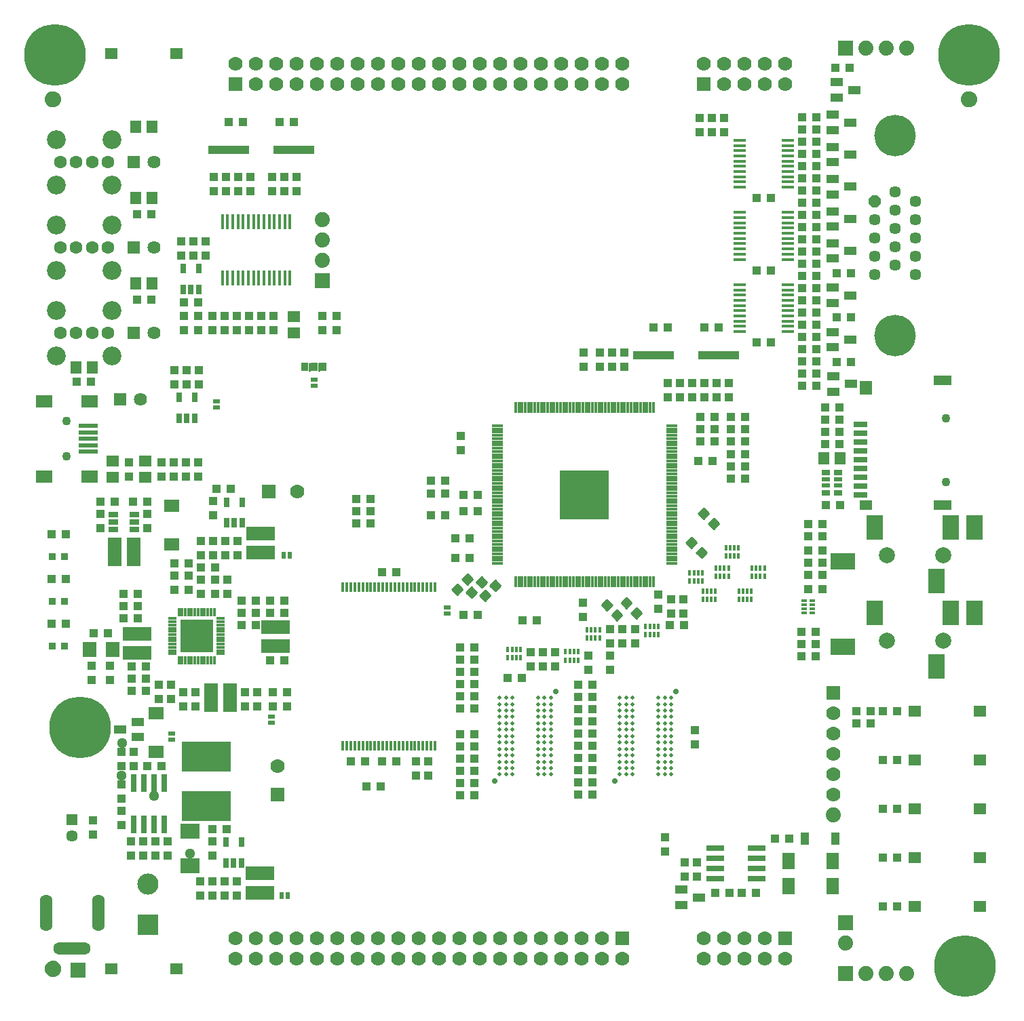
<source format=gbr>
G75*
G70*
%OFA0B0*%
%FSLAX24Y24*%
%IPPOS*%
%LPD*%
%AMOC8*
5,1,8,0,0,1.08239X$1,22.5*
%
%ADD10C,0.0631*%
%ADD11R,0.0740X0.0740*%
%ADD12R,0.0440X0.0440*%
%ADD13C,0.0088*%
%ADD14R,0.2009X0.0434*%
%ADD15R,0.0540X0.0640*%
%ADD16R,0.0355X0.0355*%
%ADD17R,0.0700X0.0700*%
%ADD18C,0.0700*%
%ADD19C,0.0434*%
%ADD20C,0.0500*%
%ADD21R,0.0571X0.0571*%
%ADD22C,0.0571*%
%ADD23R,0.0440X0.0200*%
%ADD24R,0.0440X0.0300*%
%ADD25R,0.0276X0.0906*%
%ADD26R,0.0257X0.0512*%
%ADD27R,0.2402X0.1457*%
%ADD28R,0.0340X0.0240*%
%ADD29R,0.1418X0.0670*%
%ADD30R,0.0240X0.0340*%
%ADD31C,0.1040*%
%ADD32R,0.1040X0.1040*%
%ADD33R,0.0434X0.0591*%
%ADD34R,0.0119X0.0552*%
%ADD35R,0.0552X0.0119*%
%ADD36R,0.2402X0.2402*%
%ADD37R,0.0278X0.0278*%
%ADD38R,0.1103X0.1103*%
%ADD39R,0.0168X0.0286*%
%ADD40R,0.0138X0.0286*%
%ADD41R,0.0640X0.0540*%
%ADD42R,0.0640X0.0640*%
%ADD43C,0.0640*%
%ADD44R,0.0926X0.0237*%
%ADD45R,0.0846X0.0630*%
%ADD46R,0.0178X0.0729*%
%ADD47C,0.0926*%
%ADD48C,0.0740*%
%ADD49R,0.0906X0.0276*%
%ADD50R,0.0119X0.0394*%
%ADD51R,0.0394X0.0119*%
%ADD52R,0.1615X0.1615*%
%ADD53R,0.0749X0.0749*%
%ADD54R,0.0512X0.0257*%
%ADD55R,0.0670X0.1418*%
%ADD56R,0.0690X0.0740*%
%ADD57R,0.0591X0.0434*%
%ADD58R,0.0749X0.0611*%
%ADD59R,0.0138X0.0512*%
%ADD60R,0.0940X0.0740*%
%ADD61C,0.0197*%
%ADD62C,0.0276*%
%ADD63OC8,0.0571*%
%ADD64C,0.2040*%
%ADD65R,0.0631X0.0158*%
%ADD66R,0.0827X0.1221*%
%ADD67R,0.1221X0.0827*%
%ADD68C,0.0788*%
%ADD69R,0.0286X0.0168*%
%ADD70R,0.0286X0.0138*%
%ADD71C,0.3032*%
%ADD72C,0.0512*%
%ADD73R,0.0340X0.0440*%
%ADD74C,0.0100*%
%ADD75R,0.0670X0.0316*%
%ADD76R,0.0591X0.0512*%
%ADD77R,0.0591X0.0670*%
%ADD78R,0.0906X0.0512*%
%ADD79R,0.0591X0.0827*%
D10*
X013511Y007826D03*
X013511Y008023D03*
X013511Y008220D03*
X013511Y008417D03*
X013511Y008614D03*
X013511Y008810D03*
X013511Y009007D03*
X016070Y009007D03*
X016070Y008810D03*
X016070Y008614D03*
X016070Y008417D03*
X016070Y008220D03*
X016070Y008023D03*
X016070Y007826D03*
X015361Y006665D03*
X015165Y006665D03*
X014968Y006665D03*
X014771Y006665D03*
X014574Y006665D03*
X014377Y006665D03*
X014180Y006665D03*
X014190Y036928D03*
X014977Y036928D03*
X015765Y036928D03*
X016552Y036928D03*
X016552Y041128D03*
X015765Y041128D03*
X014977Y041128D03*
X014190Y041128D03*
X014190Y045328D03*
X014977Y045328D03*
X015765Y045328D03*
X016552Y045328D03*
D11*
X027070Y039517D03*
X052770Y050937D03*
X052770Y007937D03*
X052770Y005437D03*
X015070Y005597D03*
D12*
X021070Y009287D03*
X021670Y009287D03*
X022270Y009287D03*
X022870Y009287D03*
X022870Y009987D03*
X022270Y009987D03*
X021670Y009987D03*
X021070Y009987D03*
X021670Y011237D03*
X021670Y011937D03*
X021670Y012537D03*
X022370Y012537D03*
X019470Y011937D03*
X018870Y011937D03*
X018270Y011937D03*
X017670Y011937D03*
X017670Y011237D03*
X018270Y011237D03*
X018870Y011237D03*
X019470Y011237D03*
X017220Y012737D03*
X017220Y013437D03*
X017220Y014037D03*
X017220Y014737D03*
X017220Y015637D03*
X017820Y015637D03*
X018470Y015637D03*
X019170Y015637D03*
X017820Y016337D03*
X017220Y016337D03*
X019030Y018937D03*
X019630Y018937D03*
X020230Y019287D03*
X020830Y019287D03*
X020830Y018587D03*
X020230Y018587D03*
X019630Y019637D03*
X019030Y019637D03*
X018410Y019927D03*
X018410Y020527D03*
X017710Y020527D03*
X017710Y019927D03*
X017710Y019327D03*
X018410Y019327D03*
X016650Y019877D03*
X016650Y020577D03*
X015750Y020577D03*
X015750Y019877D03*
X015850Y022177D03*
X016550Y022177D03*
X017290Y022917D03*
X017290Y023517D03*
X017290Y024117D03*
X017990Y024117D03*
X017990Y023517D03*
X017990Y022917D03*
X019800Y024307D03*
X019800Y025007D03*
X019800Y025607D03*
X020500Y025607D03*
X020500Y025007D03*
X021100Y024807D03*
X021100Y025407D03*
X021100Y026007D03*
X021700Y026007D03*
X022300Y026007D03*
X022900Y026007D03*
X022900Y026707D03*
X022300Y026707D03*
X021700Y026707D03*
X021100Y026707D03*
X021800Y025407D03*
X021800Y024807D03*
X022400Y024807D03*
X022400Y024107D03*
X021800Y024107D03*
X021100Y024107D03*
X020500Y024307D03*
X023100Y023787D03*
X023100Y023187D03*
X023100Y022577D03*
X023800Y022577D03*
X023800Y023187D03*
X023800Y023787D03*
X024520Y023787D03*
X024520Y023187D03*
X025220Y023187D03*
X025220Y023787D03*
X025220Y020827D03*
X024520Y020827D03*
X024630Y019287D03*
X025330Y019287D03*
X025330Y018587D03*
X024630Y018587D03*
X023870Y018587D03*
X023270Y018587D03*
X023270Y019287D03*
X023870Y019287D03*
X028470Y015887D03*
X029170Y015887D03*
X029990Y015887D03*
X030690Y015887D03*
X031660Y015877D03*
X032260Y015877D03*
X032260Y015177D03*
X031660Y015177D03*
X029930Y014647D03*
X029230Y014647D03*
X033850Y014817D03*
X033850Y015417D03*
X033850Y016017D03*
X033850Y016617D03*
X033850Y017217D03*
X034550Y017217D03*
X034550Y016617D03*
X034550Y016017D03*
X034550Y015417D03*
X034550Y014817D03*
X034550Y014217D03*
X033850Y014217D03*
X033850Y018477D03*
X033850Y019077D03*
X033850Y019677D03*
X033850Y020277D03*
X033850Y020877D03*
X033850Y021477D03*
X034550Y021477D03*
X034550Y020877D03*
X034550Y020277D03*
X034550Y019677D03*
X034550Y019077D03*
X034550Y018477D03*
X036180Y019957D03*
X036880Y019957D03*
X037310Y020547D03*
X037910Y020547D03*
X038510Y020547D03*
X038510Y021247D03*
X037910Y021247D03*
X037310Y021247D03*
X037620Y022807D03*
X036920Y022807D03*
X034700Y023057D03*
X034000Y023057D03*
X034289Y025887D03*
X033589Y025887D03*
X033590Y026847D03*
X034290Y026847D03*
X033990Y028167D03*
X034690Y028167D03*
X034690Y028967D03*
X033990Y028967D03*
X033090Y029047D03*
X033090Y029687D03*
X032390Y029687D03*
X032390Y029047D03*
X032390Y027967D03*
X033090Y027967D03*
X033860Y031157D03*
X033860Y031857D03*
X029450Y028757D03*
X029450Y028157D03*
X029450Y027557D03*
X028750Y027557D03*
X028750Y028157D03*
X028750Y028757D03*
X029990Y025167D03*
X030690Y025167D03*
X022560Y029257D03*
X021860Y029257D03*
X021700Y028657D03*
X021700Y027957D03*
X020960Y029877D03*
X020360Y029877D03*
X019760Y029877D03*
X019160Y029877D03*
X019160Y030577D03*
X019760Y030577D03*
X020360Y030577D03*
X020960Y030577D03*
X018480Y028637D03*
X018480Y028037D03*
X017780Y028637D03*
X016880Y028637D03*
X016180Y028637D03*
X016180Y028037D03*
X016180Y027337D03*
X014470Y027037D03*
X013770Y027037D03*
X013770Y024837D03*
X014470Y024837D03*
X014470Y022637D03*
X013770Y022637D03*
X018480Y027337D03*
X017560Y029877D03*
X017560Y030577D03*
X015710Y034527D03*
X015010Y034527D03*
X019820Y034417D03*
X020420Y034417D03*
X021020Y034417D03*
X021020Y035117D03*
X020420Y035117D03*
X019820Y035117D03*
X020270Y037087D03*
X020270Y037787D03*
X020270Y038437D03*
X020970Y038437D03*
X020970Y037787D03*
X021670Y037787D03*
X022270Y037787D03*
X022870Y037787D03*
X023470Y037787D03*
X024070Y037787D03*
X024670Y037787D03*
X024670Y037087D03*
X024070Y037087D03*
X023470Y037087D03*
X022870Y037087D03*
X022270Y037087D03*
X021670Y037087D03*
X020970Y037087D03*
X018670Y038587D03*
X017970Y038587D03*
X020140Y040737D03*
X020740Y040737D03*
X021340Y040737D03*
X021340Y041437D03*
X020740Y041437D03*
X020140Y041437D03*
X018670Y042787D03*
X017970Y042787D03*
X021750Y043897D03*
X022350Y043897D03*
X022950Y043897D03*
X023550Y043897D03*
X023550Y044597D03*
X022950Y044597D03*
X022350Y044597D03*
X021750Y044597D03*
X024590Y044597D03*
X025190Y044597D03*
X025790Y044597D03*
X025790Y043897D03*
X025190Y043897D03*
X024590Y043897D03*
X024980Y047297D03*
X025680Y047297D03*
X023180Y047297D03*
X022480Y047297D03*
X027070Y037787D03*
X027770Y037787D03*
X027770Y037087D03*
X027070Y037087D03*
X039900Y035987D03*
X039900Y035287D03*
X040700Y035287D03*
X041300Y035287D03*
X041900Y035287D03*
X041900Y035987D03*
X041300Y035987D03*
X040700Y035987D03*
X043340Y037197D03*
X044040Y037197D03*
X045840Y037197D03*
X046540Y037197D03*
X048400Y036467D03*
X049100Y036467D03*
X050630Y036727D03*
X050630Y037327D03*
X050630Y037927D03*
X050630Y038527D03*
X051330Y038527D03*
X051330Y037927D03*
X051330Y037327D03*
X051330Y036727D03*
X051330Y036127D03*
X051330Y035527D03*
X051330Y034927D03*
X051330Y034327D03*
X050630Y034327D03*
X050630Y034927D03*
X050630Y035527D03*
X050630Y036127D03*
X052350Y035517D03*
X053050Y035517D03*
X053050Y037697D03*
X052350Y037697D03*
X051330Y039127D03*
X051330Y039727D03*
X051330Y040327D03*
X051330Y040927D03*
X051330Y041527D03*
X051330Y042127D03*
X051330Y042727D03*
X051330Y043327D03*
X051330Y043927D03*
X051330Y044527D03*
X051330Y045127D03*
X051330Y045727D03*
X051330Y046327D03*
X050630Y046327D03*
X050630Y045727D03*
X050630Y045127D03*
X050630Y044527D03*
X050630Y043927D03*
X050630Y043327D03*
X050630Y042727D03*
X050630Y042127D03*
X050630Y041527D03*
X050630Y040927D03*
X050630Y040327D03*
X050630Y039727D03*
X050630Y039127D03*
X049100Y040017D03*
X048400Y040017D03*
X052350Y039877D03*
X053050Y039877D03*
X049100Y043567D03*
X048400Y043567D03*
X046820Y046817D03*
X046220Y046817D03*
X045620Y046817D03*
X045620Y047517D03*
X046220Y047517D03*
X046820Y047517D03*
X050630Y047527D03*
X050630Y046927D03*
X051330Y046927D03*
X051330Y047527D03*
X052270Y049987D03*
X052970Y049987D03*
X047050Y034467D03*
X046450Y034467D03*
X045850Y034467D03*
X045250Y034467D03*
X044650Y034467D03*
X044050Y034467D03*
X044050Y033767D03*
X044650Y033767D03*
X045250Y033767D03*
X045850Y033767D03*
X046450Y033767D03*
X047050Y033767D03*
X047130Y032807D03*
X047130Y032207D03*
X047130Y031607D03*
X047130Y030987D03*
X047130Y030387D03*
X047130Y029787D03*
X047830Y029787D03*
X047830Y030387D03*
X047830Y030987D03*
X047830Y031607D03*
X047830Y032207D03*
X047830Y032807D03*
X046350Y032807D03*
X046350Y032207D03*
X046350Y031607D03*
X045650Y031607D03*
X045650Y032207D03*
X045650Y032807D03*
X045550Y030627D03*
X046250Y030627D03*
X050950Y027547D03*
X050950Y026947D03*
X051650Y026947D03*
X051650Y027547D03*
X051820Y028487D03*
X052520Y028487D03*
X051650Y026247D03*
X050950Y026247D03*
X050950Y025647D03*
X050950Y025047D03*
X051650Y025047D03*
X051650Y025647D03*
X051650Y024347D03*
X050950Y024347D03*
X050600Y022227D03*
X050600Y021627D03*
X050600Y021027D03*
X051300Y021027D03*
X051300Y021627D03*
X051300Y022227D03*
X053320Y018337D03*
X053320Y017737D03*
X054020Y017737D03*
X054020Y018337D03*
X054620Y018337D03*
X055320Y018337D03*
X055320Y015937D03*
X054620Y015937D03*
X054620Y013537D03*
X055320Y013537D03*
X055320Y011137D03*
X054620Y011137D03*
X054620Y008737D03*
X055320Y008737D03*
X050010Y012057D03*
X049310Y012057D03*
X048380Y009407D03*
X047680Y009407D03*
X047080Y009407D03*
X046380Y009407D03*
X045460Y010217D03*
X044860Y010217D03*
X044860Y010917D03*
X045460Y010917D03*
X043920Y011437D03*
X043920Y012137D03*
X040340Y014227D03*
X040340Y014827D03*
X040340Y015427D03*
X040340Y016027D03*
X040340Y016627D03*
X040340Y017227D03*
X040340Y017827D03*
X040340Y018427D03*
X039640Y018427D03*
X039640Y017827D03*
X039640Y017227D03*
X039640Y016627D03*
X039640Y016027D03*
X039640Y015427D03*
X039640Y014827D03*
X039640Y014227D03*
X039640Y019027D03*
X039640Y019627D03*
X040340Y019627D03*
X040340Y019027D03*
X040150Y020377D03*
X040150Y021077D03*
X041220Y021077D03*
X041220Y021677D03*
X041820Y021677D03*
X042430Y021677D03*
X042430Y022377D03*
X041820Y022377D03*
X041220Y022377D03*
X039870Y022967D03*
X039870Y023667D03*
X043560Y023377D03*
X044200Y023147D03*
X044150Y022557D03*
X044850Y022557D03*
X044800Y023147D03*
X044800Y023847D03*
X044200Y023847D03*
X043560Y024077D03*
X041220Y020377D03*
X045382Y017409D03*
X045382Y016709D03*
X051770Y031487D03*
X051770Y032087D03*
X051770Y032687D03*
X051770Y033287D03*
X052470Y033287D03*
X052470Y032687D03*
X052470Y032087D03*
X052470Y031487D03*
X015820Y012957D03*
X015820Y012257D03*
D13*
X033694Y024083D02*
X033942Y024331D01*
X033694Y024083D02*
X033446Y024331D01*
X033694Y024579D01*
X033942Y024331D01*
X033781Y024170D02*
X033607Y024170D01*
X033520Y024257D02*
X033868Y024257D01*
X033929Y024344D02*
X033459Y024344D01*
X033546Y024431D02*
X033842Y024431D01*
X033755Y024518D02*
X033633Y024518D01*
X034189Y024578D02*
X034437Y024826D01*
X034189Y024578D02*
X033941Y024826D01*
X034189Y025074D01*
X034437Y024826D01*
X034276Y024665D02*
X034102Y024665D01*
X034015Y024752D02*
X034363Y024752D01*
X034424Y024839D02*
X033954Y024839D01*
X034041Y024926D02*
X034337Y024926D01*
X034250Y025013D02*
X034128Y025013D01*
X034889Y024434D02*
X035137Y024682D01*
X034889Y024434D02*
X034641Y024682D01*
X034889Y024930D01*
X035137Y024682D01*
X034976Y024521D02*
X034802Y024521D01*
X034715Y024608D02*
X035063Y024608D01*
X035124Y024695D02*
X034654Y024695D01*
X034741Y024782D02*
X035037Y024782D01*
X034950Y024869D02*
X034828Y024869D01*
X034642Y024187D02*
X034394Y023939D01*
X034146Y024187D01*
X034394Y024435D01*
X034642Y024187D01*
X034481Y024026D02*
X034307Y024026D01*
X034220Y024113D02*
X034568Y024113D01*
X034629Y024200D02*
X034159Y024200D01*
X034246Y024287D02*
X034542Y024287D01*
X034455Y024374D02*
X034333Y024374D01*
X035069Y023775D02*
X035317Y024023D01*
X035069Y023775D02*
X034821Y024023D01*
X035069Y024271D01*
X035317Y024023D01*
X035156Y023862D02*
X034982Y023862D01*
X034895Y023949D02*
X035243Y023949D01*
X035304Y024036D02*
X034834Y024036D01*
X034921Y024123D02*
X035217Y024123D01*
X035130Y024210D02*
X035008Y024210D01*
X035564Y024270D02*
X035812Y024518D01*
X035564Y024270D02*
X035316Y024518D01*
X035564Y024766D01*
X035812Y024518D01*
X035651Y024357D02*
X035477Y024357D01*
X035390Y024444D02*
X035738Y024444D01*
X035799Y024531D02*
X035329Y024531D01*
X035416Y024618D02*
X035712Y024618D01*
X035625Y024705D02*
X035503Y024705D01*
X041043Y023812D02*
X041291Y023564D01*
X041043Y023316D01*
X040795Y023564D01*
X041043Y023812D01*
X041130Y023403D02*
X040956Y023403D01*
X040869Y023490D02*
X041217Y023490D01*
X041278Y023577D02*
X040808Y023577D01*
X040895Y023664D02*
X041191Y023664D01*
X041104Y023751D02*
X040982Y023751D01*
X041538Y023317D02*
X041786Y023069D01*
X041538Y022821D01*
X041290Y023069D01*
X041538Y023317D01*
X041625Y022908D02*
X041451Y022908D01*
X041364Y022995D02*
X041712Y022995D01*
X041773Y023082D02*
X041303Y023082D01*
X041390Y023169D02*
X041686Y023169D01*
X041599Y023256D02*
X041477Y023256D01*
X042003Y023912D02*
X042251Y023664D01*
X042003Y023416D01*
X041755Y023664D01*
X042003Y023912D01*
X042090Y023503D02*
X041916Y023503D01*
X041829Y023590D02*
X042177Y023590D01*
X042238Y023677D02*
X041768Y023677D01*
X041855Y023764D02*
X042151Y023764D01*
X042064Y023851D02*
X041942Y023851D01*
X042498Y023417D02*
X042746Y023169D01*
X042498Y022921D01*
X042250Y023169D01*
X042498Y023417D01*
X042585Y023008D02*
X042411Y023008D01*
X042324Y023095D02*
X042672Y023095D01*
X042733Y023182D02*
X042263Y023182D01*
X042350Y023269D02*
X042646Y023269D01*
X042559Y023356D02*
X042437Y023356D01*
X045688Y026387D02*
X045936Y026139D01*
X045688Y025891D01*
X045440Y026139D01*
X045688Y026387D01*
X045775Y025978D02*
X045601Y025978D01*
X045514Y026065D02*
X045862Y026065D01*
X045923Y026152D02*
X045453Y026152D01*
X045540Y026239D02*
X045836Y026239D01*
X045749Y026326D02*
X045627Y026326D01*
X045441Y026634D02*
X045193Y026882D01*
X045441Y026634D02*
X045193Y026386D01*
X044945Y026634D01*
X045193Y026882D01*
X045280Y026473D02*
X045106Y026473D01*
X045019Y026560D02*
X045367Y026560D01*
X045428Y026647D02*
X044958Y026647D01*
X045045Y026734D02*
X045341Y026734D01*
X045254Y026821D02*
X045132Y026821D01*
X046288Y027817D02*
X046536Y027569D01*
X046288Y027321D01*
X046040Y027569D01*
X046288Y027817D01*
X046375Y027408D02*
X046201Y027408D01*
X046114Y027495D02*
X046462Y027495D01*
X046523Y027582D02*
X046053Y027582D01*
X046140Y027669D02*
X046436Y027669D01*
X046349Y027756D02*
X046227Y027756D01*
X046041Y028064D02*
X045793Y028312D01*
X046041Y028064D02*
X045793Y027816D01*
X045545Y028064D01*
X045793Y028312D01*
X045880Y027903D02*
X045706Y027903D01*
X045619Y027990D02*
X045967Y027990D01*
X046028Y028077D02*
X045558Y028077D01*
X045645Y028164D02*
X045941Y028164D01*
X045854Y028251D02*
X045732Y028251D01*
D14*
X046540Y035847D03*
X043340Y035847D03*
X025680Y045947D03*
X022480Y045947D03*
D15*
X018720Y047087D03*
X017920Y047087D03*
X017920Y043587D03*
X018720Y043587D03*
X018720Y039387D03*
X017920Y039387D03*
X015760Y035227D03*
X014960Y035227D03*
X051720Y030787D03*
X052520Y030787D03*
D16*
X014420Y025937D03*
X013820Y025937D03*
X013820Y023737D03*
X014420Y023737D03*
X014420Y021537D03*
X013820Y021537D03*
D17*
X024440Y029127D03*
X024860Y014227D03*
X041820Y007187D03*
X049820Y007187D03*
X052170Y019237D03*
X045820Y049187D03*
X022820Y049187D03*
D18*
X022820Y050187D03*
X023820Y050187D03*
X024820Y050187D03*
X024820Y049187D03*
X023820Y049187D03*
X025820Y049187D03*
X025820Y050187D03*
X026820Y050187D03*
X026820Y049187D03*
X027820Y049187D03*
X027820Y050187D03*
X028820Y050187D03*
X028820Y049187D03*
X029820Y049187D03*
X029820Y050187D03*
X030820Y050187D03*
X030820Y049187D03*
X031820Y049187D03*
X031820Y050187D03*
X032820Y050187D03*
X032820Y049187D03*
X033820Y049187D03*
X033820Y050187D03*
X034820Y050187D03*
X034820Y049187D03*
X035820Y049187D03*
X035820Y050187D03*
X036820Y050187D03*
X037820Y050187D03*
X037820Y049187D03*
X036820Y049187D03*
X038820Y049187D03*
X038820Y050187D03*
X039820Y050187D03*
X039820Y049187D03*
X040820Y049187D03*
X040820Y050187D03*
X041820Y050187D03*
X041820Y049187D03*
X045820Y050187D03*
X046820Y050187D03*
X047820Y050187D03*
X047820Y049187D03*
X046820Y049187D03*
X048820Y049187D03*
X048820Y050187D03*
X049820Y050187D03*
X049820Y049187D03*
X025840Y029127D03*
X024860Y015627D03*
X024820Y007187D03*
X023820Y007187D03*
X023820Y006187D03*
X024820Y006187D03*
X025820Y006187D03*
X025820Y007187D03*
X026820Y007187D03*
X026820Y006187D03*
X027820Y006187D03*
X027820Y007187D03*
X028820Y007187D03*
X028820Y006187D03*
X029820Y006187D03*
X029820Y007187D03*
X030820Y007187D03*
X030820Y006187D03*
X031820Y006187D03*
X031820Y007187D03*
X032820Y007187D03*
X032820Y006187D03*
X033820Y006187D03*
X033820Y007187D03*
X034820Y007187D03*
X034820Y006187D03*
X035820Y006187D03*
X035820Y007187D03*
X036820Y007187D03*
X037820Y007187D03*
X037820Y006187D03*
X036820Y006187D03*
X038820Y006187D03*
X038820Y007187D03*
X039820Y007187D03*
X039820Y006187D03*
X040820Y006187D03*
X040820Y007187D03*
X041820Y006187D03*
X045820Y006187D03*
X045820Y007187D03*
X046820Y007187D03*
X047820Y007187D03*
X047820Y006187D03*
X046820Y006187D03*
X048820Y006187D03*
X048820Y007187D03*
X049820Y006187D03*
X052170Y014237D03*
X052170Y015237D03*
X052170Y016237D03*
X052170Y017237D03*
X052170Y018237D03*
X022820Y007187D03*
X022820Y006187D03*
D19*
X013820Y005687D03*
X014520Y030870D03*
X014520Y032603D03*
X013820Y048437D03*
X057704Y032741D03*
X057704Y029592D03*
X058820Y048437D03*
D20*
X058678Y048437D02*
X058680Y048461D01*
X058686Y048484D01*
X058696Y048506D01*
X058710Y048526D01*
X058726Y048544D01*
X058746Y048558D01*
X058767Y048569D01*
X058790Y048576D01*
X058814Y048579D01*
X058838Y048578D01*
X058862Y048573D01*
X058884Y048564D01*
X058904Y048551D01*
X058923Y048535D01*
X058938Y048517D01*
X058949Y048495D01*
X058957Y048473D01*
X058961Y048449D01*
X058961Y048425D01*
X058957Y048401D01*
X058949Y048379D01*
X058938Y048357D01*
X058923Y048339D01*
X058904Y048323D01*
X058884Y048310D01*
X058862Y048301D01*
X058838Y048296D01*
X058814Y048295D01*
X058790Y048298D01*
X058767Y048305D01*
X058746Y048316D01*
X058726Y048330D01*
X058710Y048348D01*
X058696Y048368D01*
X058686Y048390D01*
X058680Y048413D01*
X058678Y048437D01*
X013678Y048437D02*
X013680Y048461D01*
X013686Y048484D01*
X013696Y048506D01*
X013710Y048526D01*
X013726Y048544D01*
X013746Y048558D01*
X013767Y048569D01*
X013790Y048576D01*
X013814Y048579D01*
X013838Y048578D01*
X013862Y048573D01*
X013884Y048564D01*
X013904Y048551D01*
X013923Y048535D01*
X013938Y048517D01*
X013949Y048495D01*
X013957Y048473D01*
X013961Y048449D01*
X013961Y048425D01*
X013957Y048401D01*
X013949Y048379D01*
X013938Y048357D01*
X013923Y048339D01*
X013904Y048323D01*
X013884Y048310D01*
X013862Y048301D01*
X013838Y048296D01*
X013814Y048295D01*
X013790Y048298D01*
X013767Y048305D01*
X013746Y048316D01*
X013726Y048330D01*
X013710Y048348D01*
X013696Y048368D01*
X013686Y048390D01*
X013680Y048413D01*
X013678Y048437D01*
X013678Y005687D02*
X013680Y005711D01*
X013686Y005734D01*
X013696Y005756D01*
X013710Y005776D01*
X013726Y005794D01*
X013746Y005808D01*
X013767Y005819D01*
X013790Y005826D01*
X013814Y005829D01*
X013838Y005828D01*
X013862Y005823D01*
X013884Y005814D01*
X013904Y005801D01*
X013923Y005785D01*
X013938Y005767D01*
X013949Y005745D01*
X013957Y005723D01*
X013961Y005699D01*
X013961Y005675D01*
X013957Y005651D01*
X013949Y005629D01*
X013938Y005607D01*
X013923Y005589D01*
X013904Y005573D01*
X013884Y005560D01*
X013862Y005551D01*
X013838Y005546D01*
X013814Y005545D01*
X013790Y005548D01*
X013767Y005555D01*
X013746Y005566D01*
X013726Y005580D01*
X013710Y005598D01*
X013696Y005618D01*
X013686Y005640D01*
X013680Y005663D01*
X013678Y005687D01*
D21*
X014770Y013000D03*
D22*
X014770Y012213D03*
X054190Y039821D03*
X054190Y040721D03*
X055190Y041171D03*
X055190Y040271D03*
X056190Y040721D03*
X056190Y039821D03*
X056190Y041621D03*
X056190Y042521D03*
X056190Y043421D03*
X055190Y043871D03*
X055190Y042971D03*
X055190Y042071D03*
X054190Y042521D03*
X054190Y041621D03*
D23*
X052420Y029737D03*
X052420Y029437D03*
X051820Y029437D03*
X051820Y029737D03*
D24*
X051820Y030087D03*
X052420Y030087D03*
X052420Y029087D03*
X051820Y029087D03*
D25*
X019320Y014810D03*
X018820Y014810D03*
X018320Y014810D03*
X017820Y014810D03*
X017820Y012763D03*
X018320Y012763D03*
X018820Y012763D03*
X019320Y012763D03*
D26*
X022346Y011898D03*
X023094Y011898D03*
X023094Y010875D03*
X022720Y010875D03*
X022346Y010875D03*
X022376Y027595D03*
X022750Y027595D03*
X023124Y027595D03*
X023124Y028618D03*
X022376Y028618D03*
X020794Y032745D03*
X020420Y032745D03*
X020046Y032745D03*
X020046Y033768D03*
X020794Y033768D03*
X020620Y039085D03*
X020246Y039085D03*
X020994Y039085D03*
X020994Y040108D03*
X020246Y040108D03*
D27*
X021370Y016107D03*
X021370Y013666D03*
D28*
X019680Y016947D03*
X019680Y017247D03*
X024580Y017757D03*
X024580Y018057D03*
X033190Y023137D03*
X033190Y023437D03*
X021860Y033257D03*
X021860Y033557D03*
X026670Y034337D03*
X026670Y034637D03*
D29*
X024050Y027079D03*
X024050Y026134D03*
X024770Y022479D03*
X024770Y021534D03*
X017970Y021204D03*
X017970Y022149D03*
X024020Y010359D03*
X024020Y009414D03*
D30*
X025070Y009287D03*
X025370Y009287D03*
X025460Y026007D03*
X025160Y026007D03*
D31*
X018520Y009837D03*
D32*
X018520Y007837D03*
D33*
X050762Y012057D03*
X052258Y012057D03*
D34*
X043336Y024715D03*
X043179Y024715D03*
X043021Y024715D03*
X042864Y024715D03*
X042706Y024715D03*
X042549Y024715D03*
X042391Y024715D03*
X042234Y024715D03*
X042076Y024715D03*
X041919Y024715D03*
X041761Y024715D03*
X041604Y024715D03*
X041446Y024715D03*
X041289Y024715D03*
X041131Y024715D03*
X040974Y024715D03*
X040816Y024715D03*
X040659Y024715D03*
X040501Y024715D03*
X040344Y024715D03*
X040186Y024715D03*
X040029Y024715D03*
X039871Y024715D03*
X039714Y024715D03*
X039556Y024715D03*
X039399Y024715D03*
X039241Y024715D03*
X039084Y024715D03*
X038927Y024715D03*
X038769Y024715D03*
X038612Y024715D03*
X038454Y024715D03*
X038297Y024715D03*
X038139Y024715D03*
X037982Y024715D03*
X037824Y024715D03*
X037667Y024715D03*
X037509Y024715D03*
X037352Y024715D03*
X037194Y024715D03*
X037037Y024715D03*
X036879Y024715D03*
X036722Y024715D03*
X036564Y024715D03*
X036564Y033258D03*
X036722Y033258D03*
X036879Y033258D03*
X037037Y033258D03*
X037194Y033258D03*
X037352Y033258D03*
X037509Y033258D03*
X037667Y033258D03*
X037824Y033258D03*
X037982Y033258D03*
X038139Y033258D03*
X038297Y033258D03*
X038454Y033258D03*
X038612Y033258D03*
X038769Y033258D03*
X038927Y033258D03*
X039084Y033258D03*
X039241Y033258D03*
X039399Y033258D03*
X039556Y033258D03*
X039714Y033258D03*
X039871Y033258D03*
X040029Y033258D03*
X040186Y033258D03*
X040344Y033258D03*
X040501Y033258D03*
X040659Y033258D03*
X040816Y033258D03*
X040974Y033258D03*
X041131Y033258D03*
X041289Y033258D03*
X041446Y033258D03*
X041604Y033258D03*
X041761Y033258D03*
X041919Y033258D03*
X042076Y033258D03*
X042234Y033258D03*
X042391Y033258D03*
X042549Y033258D03*
X042706Y033258D03*
X042864Y033258D03*
X043021Y033258D03*
X043179Y033258D03*
X043336Y033258D03*
D35*
X044222Y032372D03*
X044222Y032215D03*
X044222Y032057D03*
X044222Y031900D03*
X044222Y031743D03*
X044222Y031585D03*
X044222Y031428D03*
X044222Y031270D03*
X044222Y031113D03*
X044222Y030955D03*
X044222Y030798D03*
X044222Y030640D03*
X044222Y030483D03*
X044222Y030325D03*
X044222Y030168D03*
X044222Y030010D03*
X044222Y029853D03*
X044222Y029695D03*
X044222Y029538D03*
X044222Y029380D03*
X044222Y029223D03*
X044222Y029065D03*
X044222Y028908D03*
X044222Y028750D03*
X044222Y028593D03*
X044222Y028435D03*
X044222Y028278D03*
X044222Y028120D03*
X044222Y027963D03*
X044222Y027806D03*
X044222Y027648D03*
X044222Y027491D03*
X044222Y027333D03*
X044222Y027176D03*
X044222Y027018D03*
X044222Y026861D03*
X044222Y026703D03*
X044222Y026546D03*
X044222Y026388D03*
X044222Y026231D03*
X044222Y026073D03*
X044222Y025916D03*
X044222Y025758D03*
X044222Y025601D03*
X035679Y025601D03*
X035679Y025758D03*
X035679Y025916D03*
X035679Y026073D03*
X035679Y026231D03*
X035679Y026388D03*
X035679Y026546D03*
X035679Y026703D03*
X035679Y026861D03*
X035679Y027018D03*
X035679Y027176D03*
X035679Y027333D03*
X035679Y027491D03*
X035679Y027648D03*
X035679Y027806D03*
X035679Y027963D03*
X035679Y028120D03*
X035679Y028278D03*
X035679Y028435D03*
X035679Y028593D03*
X035679Y028750D03*
X035679Y028908D03*
X035679Y029065D03*
X035679Y029223D03*
X035679Y029380D03*
X035679Y029538D03*
X035679Y029695D03*
X035679Y029853D03*
X035679Y030010D03*
X035679Y030168D03*
X035679Y030325D03*
X035679Y030483D03*
X035679Y030640D03*
X035679Y030798D03*
X035679Y030955D03*
X035679Y031113D03*
X035679Y031270D03*
X035679Y031428D03*
X035679Y031585D03*
X035679Y031743D03*
X035679Y031900D03*
X035679Y032057D03*
X035679Y032215D03*
X035679Y032372D03*
D36*
X039950Y028987D03*
D37*
X039241Y029380D03*
X038927Y029380D03*
X039556Y029695D03*
X039556Y030010D03*
X040344Y030010D03*
X040344Y029695D03*
X040659Y029380D03*
X040974Y029380D03*
X040974Y028593D03*
X040659Y028593D03*
X040344Y028278D03*
X040344Y027963D03*
X039556Y027963D03*
X039556Y028278D03*
X039241Y028593D03*
X038927Y028593D03*
D38*
X039950Y028987D03*
D39*
X045119Y025148D03*
X045119Y024745D03*
X045741Y024745D03*
X045741Y025148D03*
X046400Y024976D03*
X046400Y025379D03*
X047022Y025379D03*
X047022Y024976D03*
X047529Y024228D03*
X047529Y023825D03*
X048151Y023825D03*
X048151Y024228D03*
X048169Y024975D03*
X048169Y025378D03*
X048791Y025378D03*
X048791Y024975D03*
X047511Y025985D03*
X047511Y026388D03*
X046889Y026388D03*
X046889Y025985D03*
X046381Y024228D03*
X046381Y023825D03*
X045759Y023825D03*
X045759Y024228D03*
X043571Y022518D03*
X043571Y022115D03*
X042949Y022115D03*
X042949Y022518D03*
X040691Y022338D03*
X040691Y021935D03*
X040069Y021935D03*
X040069Y022338D03*
X039641Y021258D03*
X039641Y020855D03*
X039019Y020855D03*
X039019Y021258D03*
X036801Y021388D03*
X036801Y020985D03*
X036179Y020985D03*
X036179Y021388D03*
D40*
X036392Y021388D03*
X036589Y021388D03*
X036589Y020985D03*
X036392Y020985D03*
X039232Y020855D03*
X039429Y020855D03*
X039429Y021258D03*
X039232Y021258D03*
X040282Y021935D03*
X040479Y021935D03*
X040479Y022338D03*
X040282Y022338D03*
X043162Y022518D03*
X043359Y022518D03*
X043359Y022115D03*
X043162Y022115D03*
X045972Y023825D03*
X046169Y023825D03*
X046169Y024228D03*
X045972Y024228D03*
X045529Y024745D03*
X045332Y024745D03*
X045332Y025148D03*
X045529Y025148D03*
X046613Y024976D03*
X046810Y024976D03*
X046810Y025379D03*
X046613Y025379D03*
X047102Y025985D03*
X047299Y025985D03*
X047299Y026388D03*
X047102Y026388D03*
X048382Y025378D03*
X048579Y025378D03*
X048579Y024975D03*
X048382Y024975D03*
X047939Y024228D03*
X047742Y024228D03*
X047742Y023825D03*
X047939Y023825D03*
D41*
X056170Y018337D03*
X056170Y015937D03*
X056170Y013537D03*
X059370Y013537D03*
X059370Y015937D03*
X059370Y018337D03*
X059370Y011137D03*
X059370Y008737D03*
X056170Y008737D03*
X056170Y011137D03*
X025670Y036937D03*
X025670Y037737D03*
X018360Y030627D03*
X018360Y029827D03*
X016760Y029827D03*
X016760Y030627D03*
X016720Y050687D03*
X019920Y050687D03*
X019920Y005687D03*
X016720Y005687D03*
D42*
X017140Y033657D03*
X017820Y036937D03*
X017820Y041137D03*
X017820Y045337D03*
D43*
X018820Y045337D03*
X018820Y041137D03*
X018820Y036937D03*
X018140Y033657D03*
D44*
X015586Y032367D03*
X015586Y032052D03*
X015586Y031737D03*
X015586Y031422D03*
X015586Y031107D03*
D45*
X015626Y029886D03*
X013421Y029886D03*
X013421Y033587D03*
X015626Y033587D03*
D46*
X022157Y039629D03*
X022413Y039629D03*
X022669Y039629D03*
X022924Y039629D03*
X023180Y039629D03*
X023436Y039629D03*
X023692Y039629D03*
X023948Y039629D03*
X024204Y039629D03*
X024460Y039629D03*
X024716Y039629D03*
X024972Y039629D03*
X025228Y039629D03*
X025484Y039629D03*
X025484Y042404D03*
X025228Y042404D03*
X024972Y042404D03*
X024716Y042404D03*
X024460Y042404D03*
X024204Y042404D03*
X023948Y042404D03*
X023692Y042404D03*
X023436Y042404D03*
X023180Y042404D03*
X022924Y042404D03*
X022669Y042404D03*
X022413Y042404D03*
X022157Y042404D03*
D47*
X016749Y042250D03*
X016749Y044206D03*
X016749Y046450D03*
X013993Y046450D03*
X013993Y044206D03*
X013993Y042250D03*
X013993Y040006D03*
X013993Y038050D03*
X013993Y035806D03*
X016749Y035806D03*
X016749Y038050D03*
X016749Y040006D03*
D48*
X027070Y040517D03*
X027070Y041517D03*
X027070Y042517D03*
X053770Y050937D03*
X054770Y050937D03*
X055770Y050937D03*
X052170Y013237D03*
X052770Y006937D03*
X053770Y005437D03*
X054770Y005437D03*
X055770Y005437D03*
D49*
X048404Y010107D03*
X048404Y010607D03*
X048404Y011107D03*
X048404Y011607D03*
X046357Y011607D03*
X046357Y011107D03*
X046357Y010607D03*
X046357Y010107D03*
D50*
X021756Y020846D03*
X021599Y020846D03*
X021441Y020846D03*
X021284Y020846D03*
X021126Y020846D03*
X020969Y020846D03*
X020811Y020846D03*
X020654Y020846D03*
X020496Y020846D03*
X020339Y020846D03*
X020181Y020846D03*
X020024Y020846D03*
X020024Y023208D03*
X020181Y023208D03*
X020339Y023208D03*
X020496Y023208D03*
X020654Y023208D03*
X020811Y023208D03*
X020969Y023208D03*
X021126Y023208D03*
X021284Y023208D03*
X021441Y023208D03*
X021599Y023208D03*
X021756Y023208D03*
D51*
X022071Y022893D03*
X022071Y022735D03*
X022071Y022578D03*
X022071Y022420D03*
X022071Y022263D03*
X022071Y022105D03*
X022071Y021948D03*
X022071Y021790D03*
X022071Y021633D03*
X022071Y021475D03*
X022071Y021318D03*
X022071Y021160D03*
X019709Y021160D03*
X019709Y021318D03*
X019709Y021475D03*
X019709Y021633D03*
X019709Y021790D03*
X019709Y021948D03*
X019709Y022105D03*
X019709Y022263D03*
X019709Y022420D03*
X019709Y022578D03*
X019709Y022735D03*
X019709Y022893D03*
D52*
X020890Y022027D03*
D53*
X020890Y022027D03*
D54*
X017842Y027263D03*
X017842Y027637D03*
X017842Y028011D03*
X016818Y028011D03*
X016818Y027637D03*
X016818Y027263D03*
D55*
X016858Y026187D03*
X017803Y026187D03*
X021588Y019007D03*
X022533Y019007D03*
D56*
X016775Y021377D03*
X015625Y021377D03*
D57*
X017137Y017437D03*
X018003Y017811D03*
X018003Y017063D03*
X044697Y009561D03*
X045563Y009187D03*
X044697Y008813D03*
X052187Y034053D03*
X053053Y034427D03*
X052187Y034801D03*
X052147Y036233D03*
X053013Y036607D03*
X052147Y036981D03*
X052147Y038413D03*
X053013Y038787D03*
X052147Y039161D03*
X052147Y040593D03*
X053013Y040967D03*
X052147Y041341D03*
X052147Y042173D03*
X052147Y042921D03*
X053013Y042547D03*
X052147Y043753D03*
X052147Y044501D03*
X053013Y044127D03*
X052147Y045333D03*
X052147Y046081D03*
X053013Y045707D03*
X052147Y046913D03*
X052147Y047661D03*
X052337Y048513D03*
X053203Y048887D03*
X052337Y049261D03*
X053013Y047287D03*
D58*
X019680Y028449D03*
X019680Y026524D03*
X018920Y018249D03*
X018920Y016324D03*
D59*
X028076Y016629D03*
X028273Y016629D03*
X028470Y016629D03*
X028667Y016629D03*
X028864Y016629D03*
X029061Y016629D03*
X029257Y016629D03*
X029454Y016629D03*
X029651Y016629D03*
X029848Y016629D03*
X030045Y016629D03*
X030242Y016629D03*
X030439Y016629D03*
X030635Y016629D03*
X030832Y016629D03*
X031029Y016629D03*
X031226Y016629D03*
X031423Y016629D03*
X031620Y016629D03*
X031817Y016629D03*
X032013Y016629D03*
X032210Y016629D03*
X032407Y016629D03*
X032604Y016629D03*
X032604Y024424D03*
X032407Y024424D03*
X032210Y024424D03*
X032013Y024424D03*
X031817Y024424D03*
X031620Y024424D03*
X031423Y024424D03*
X031226Y024424D03*
X031029Y024424D03*
X030832Y024424D03*
X030635Y024424D03*
X030439Y024424D03*
X030242Y024424D03*
X030045Y024424D03*
X029848Y024424D03*
X029651Y024424D03*
X029454Y024424D03*
X029257Y024424D03*
X029061Y024424D03*
X028864Y024424D03*
X028667Y024424D03*
X028470Y024424D03*
X028273Y024424D03*
X028076Y024424D03*
D60*
X020570Y012444D03*
X020570Y010730D03*
D61*
X035777Y015224D03*
X035777Y015539D03*
X035777Y015854D03*
X035777Y016169D03*
X035777Y016484D03*
X035777Y016799D03*
X035777Y017114D03*
X035777Y017429D03*
X035777Y017744D03*
X035777Y018059D03*
X035777Y018374D03*
X035777Y018689D03*
X035777Y019004D03*
X036092Y019004D03*
X036092Y018689D03*
X036092Y018374D03*
X036092Y018059D03*
X036092Y017744D03*
X036092Y017429D03*
X036092Y017114D03*
X036092Y016799D03*
X036092Y016484D03*
X036092Y016169D03*
X036092Y015854D03*
X036092Y015539D03*
X036092Y015224D03*
X036407Y015224D03*
X036407Y015539D03*
X036407Y015854D03*
X036407Y016169D03*
X036407Y016484D03*
X036407Y016799D03*
X036407Y017114D03*
X036407Y017429D03*
X036407Y017744D03*
X036407Y018059D03*
X036407Y018374D03*
X036407Y018689D03*
X036407Y019004D03*
X037667Y019004D03*
X037982Y019004D03*
X038297Y019004D03*
X038297Y018689D03*
X037982Y018689D03*
X037667Y018689D03*
X037667Y018374D03*
X037667Y018059D03*
X037667Y017744D03*
X037667Y017429D03*
X037667Y017114D03*
X037667Y016799D03*
X037667Y016484D03*
X037667Y016169D03*
X037667Y015854D03*
X037667Y015539D03*
X037667Y015224D03*
X037982Y015224D03*
X038297Y015224D03*
X038297Y015539D03*
X037982Y015539D03*
X037982Y015854D03*
X038297Y015854D03*
X038297Y016169D03*
X037982Y016169D03*
X037982Y016484D03*
X038297Y016484D03*
X038297Y016799D03*
X037982Y016799D03*
X037982Y017114D03*
X038297Y017114D03*
X038297Y017429D03*
X037982Y017429D03*
X037982Y017744D03*
X037982Y018059D03*
X037982Y018374D03*
X038297Y018374D03*
X038297Y018059D03*
X038297Y017744D03*
X041683Y017744D03*
X041998Y017744D03*
X042313Y017744D03*
X042313Y017429D03*
X042313Y017114D03*
X042313Y016799D03*
X042313Y016484D03*
X042313Y016169D03*
X042313Y015854D03*
X042313Y015539D03*
X042313Y015224D03*
X041998Y015224D03*
X041683Y015224D03*
X041683Y015539D03*
X041998Y015539D03*
X041998Y015854D03*
X041683Y015854D03*
X041683Y016169D03*
X041998Y016169D03*
X041998Y016484D03*
X041998Y016799D03*
X041998Y017114D03*
X041998Y017429D03*
X041683Y017429D03*
X041683Y017114D03*
X041683Y016799D03*
X041683Y016484D03*
X041683Y018059D03*
X041998Y018059D03*
X042313Y018059D03*
X042313Y018374D03*
X042313Y018689D03*
X042313Y019004D03*
X041998Y019004D03*
X041998Y018689D03*
X041998Y018374D03*
X041683Y018374D03*
X041683Y018689D03*
X041683Y019004D03*
X043573Y019004D03*
X043888Y019004D03*
X044203Y019004D03*
X044203Y018689D03*
X044203Y018374D03*
X044203Y018059D03*
X044203Y017744D03*
X044203Y017429D03*
X044203Y017114D03*
X044203Y016799D03*
X044203Y016484D03*
X044203Y016169D03*
X044203Y015854D03*
X044203Y015539D03*
X044203Y015224D03*
X043888Y015224D03*
X043888Y015539D03*
X043888Y015854D03*
X043888Y016169D03*
X043888Y016484D03*
X043888Y016799D03*
X043888Y017114D03*
X043888Y017429D03*
X043888Y017744D03*
X043888Y018059D03*
X043888Y018374D03*
X043888Y018689D03*
X043573Y018689D03*
X043573Y018374D03*
X043573Y018059D03*
X043573Y017744D03*
X043573Y017429D03*
X043573Y017114D03*
X043573Y016799D03*
X043573Y016484D03*
X043573Y016169D03*
X043573Y015854D03*
X043573Y015539D03*
X043573Y015224D03*
D62*
X041447Y014909D03*
X038533Y019319D03*
X035541Y014909D03*
X044439Y019319D03*
D63*
X054190Y043421D03*
D64*
X055190Y046637D03*
X055190Y036797D03*
D65*
X049931Y037005D03*
X049931Y037261D03*
X049931Y037517D03*
X049931Y037773D03*
X049931Y038029D03*
X049931Y038285D03*
X049931Y038540D03*
X049931Y038796D03*
X049931Y039052D03*
X049931Y039308D03*
X049931Y040555D03*
X049931Y040811D03*
X049931Y041067D03*
X049931Y041323D03*
X049931Y041579D03*
X049931Y041835D03*
X049931Y042090D03*
X049931Y042346D03*
X049931Y042602D03*
X049931Y042858D03*
X049931Y044105D03*
X049931Y044361D03*
X049931Y044617D03*
X049931Y044873D03*
X049931Y045129D03*
X049931Y045385D03*
X049931Y045640D03*
X049931Y045896D03*
X049931Y046152D03*
X049931Y046408D03*
X047569Y046408D03*
X047569Y046152D03*
X047569Y045896D03*
X047569Y045640D03*
X047569Y045385D03*
X047569Y045129D03*
X047569Y044873D03*
X047569Y044617D03*
X047569Y044361D03*
X047569Y044105D03*
X047569Y042858D03*
X047569Y042602D03*
X047569Y042346D03*
X047569Y042090D03*
X047569Y041835D03*
X047569Y041579D03*
X047569Y041323D03*
X047569Y041067D03*
X047569Y040811D03*
X047569Y040555D03*
X047569Y039308D03*
X047569Y039052D03*
X047569Y038796D03*
X047569Y038540D03*
X047569Y038285D03*
X047569Y038029D03*
X047569Y037773D03*
X047569Y037517D03*
X047569Y037261D03*
X047569Y037005D03*
D66*
X054211Y027383D03*
X057952Y027383D03*
X059093Y027383D03*
X057243Y024746D03*
X057952Y023183D03*
X059093Y023183D03*
X057243Y020546D03*
X054211Y023183D03*
D67*
X052637Y021491D03*
X052637Y025691D03*
D68*
X054802Y026006D03*
X057558Y026006D03*
X057558Y021806D03*
X054802Y021806D03*
D69*
X051152Y023166D03*
X050748Y023166D03*
X050748Y023788D03*
X051152Y023788D03*
D70*
X051152Y023575D03*
X051152Y023378D03*
X050748Y023378D03*
X050748Y023575D03*
D71*
X058637Y005818D03*
X015176Y017543D03*
X013952Y050606D03*
X058837Y050606D03*
D72*
X059664Y049779D03*
X060019Y050606D03*
X059664Y051432D03*
X058837Y051787D03*
X058011Y051432D03*
X057656Y050606D03*
X058011Y049779D03*
X058837Y049424D03*
X017222Y016787D03*
X016357Y017543D03*
X016003Y018369D03*
X015176Y018724D03*
X014349Y018369D03*
X013995Y017543D03*
X014349Y016716D03*
X015176Y016361D03*
X016003Y016716D03*
X017220Y015187D03*
X018820Y014187D03*
X020570Y011327D03*
X057456Y005818D03*
X057810Y006645D03*
X058637Y006999D03*
X059463Y006645D03*
X059818Y005818D03*
X059463Y004991D03*
X058637Y004637D03*
X057810Y004991D03*
X013952Y049424D03*
X014778Y049779D03*
X015133Y050606D03*
X014778Y051432D03*
X013952Y051787D03*
X013125Y051432D03*
X012771Y050606D03*
X013125Y049779D03*
D73*
X026220Y035257D03*
X026670Y035257D03*
X027120Y035257D03*
D74*
X026895Y035065D02*
X026895Y035448D01*
X026445Y035448D02*
X026445Y035065D01*
D75*
X053521Y032426D03*
X053521Y031993D03*
X053521Y031560D03*
X053521Y031127D03*
X053521Y030694D03*
X053521Y030261D03*
X053521Y029828D03*
X053521Y029395D03*
X053521Y028962D03*
D76*
X053767Y028489D03*
D77*
X053767Y034237D03*
D78*
X057547Y034592D03*
X057547Y028489D03*
D79*
X052153Y010987D03*
X052153Y009727D03*
X049987Y009727D03*
X049987Y010987D03*
M02*

</source>
